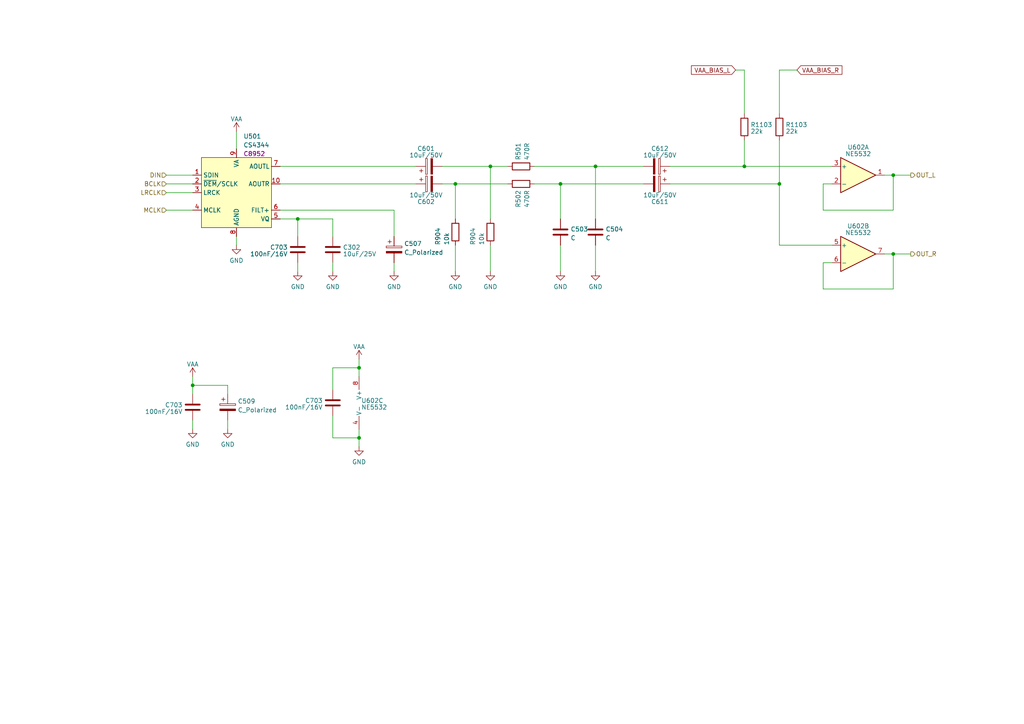
<source format=kicad_sch>
(kicad_sch (version 20230121) (generator eeschema)
  (paper "A4")
  (lib_symbols
    (symbol "Amplifier_Operational:NE5532" (pin_names (offset 0.127))
      (property "Reference" "U" (at 0 5.08 0))
      (property "Value" "NE5532" (at 0 -5.08 0))
      (symbol "NE5532_1_1"
        (polyline (pts (xy -5.08 5.08) (xy 5.08 0) (xy -5.08 -5.08) (xy -5.08 5.08)) (stroke (width 0.254)) (fill (type background)))
        (pin output line (at 7.62 0 180) (length 2.54) (name "~") (number "1"))
        (pin input line (at -7.62 -2.54 0) (length 2.54) (name "-") (number "2"))
        (pin input line (at -7.62 2.54 0) (length 2.54) (name "+") (number "3"))
      )
      (symbol "NE5532_2_1"
        (polyline (pts (xy -5.08 5.08) (xy 5.08 0) (xy -5.08 -5.08) (xy -5.08 5.08)) (stroke (width 0.254)) (fill (type background)))
        (pin input line (at -7.62 2.54 0) (length 2.54) (name "+") (number "5"))
        (pin input line (at -7.62 -2.54 0) (length 2.54) (name "-") (number "6"))
        (pin output line (at 7.62 0 180) (length 2.54) (name "~") (number "7"))
      )
      (symbol "NE5532_3_1"
        (pin power_in line (at -2.54 -7.62 90) (length 3.81) (name "V-") (number "4"))
        (pin power_in line (at -2.54 7.62 270) (length 3.81) (name "V+") (number "8"))
      )
    )
    (symbol "Device:C" (pin_numbers hide) (pin_names (offset 0.254))
      (property "Reference" "C" (at 0.635 2.54 0))
      (property "Value" "C" (at 0.635 -2.54 0))
      (symbol "C_0_1"
        (polyline (pts (xy -2.032 -0.762) (xy 2.032 -0.762)) (stroke (width 0.508)))
        (polyline (pts (xy -2.032 0.762) (xy 2.032 0.762)) (stroke (width 0.508)))
      )
      (symbol "C_1_1"
        (pin passive line (at 0 3.81 270) (length 2.794) (name "~") (number "1"))
        (pin passive line (at 0 -3.81 90) (length 2.794) (name "~") (number "2"))
      )
    )
    (symbol "Device:C_Polarized" (pin_numbers hide) (pin_names (offset 0.254))
      (property "Reference" "C" (at 0.635 2.54 0))
      (property "Value" "C_Polarized" (at 0.635 -2.54 0))
      (symbol "C_Polarized_0_1"
        (rectangle (start -2.286 0.508) (end 2.286 1.016))
        (polyline (pts (xy -1.778 2.286) (xy -0.762 2.286)))
        (polyline (pts (xy -1.27 2.794) (xy -1.27 1.778)))
        (rectangle (start 2.286 -0.508) (end -2.286 -1.016) (fill (type outline)))
      )
      (symbol "C_Polarized_1_1"
        (pin passive line (at 0 3.81 270) (length 2.794) (name "~") (number "1"))
        (pin passive line (at 0 -3.81 90) (length 2.794) (name "~") (number "2"))
      )
    )
    (symbol "Device:R" (pin_numbers hide) (pin_names (offset 0))
      (property "Reference" "R" (at 2.032 0 90))
      (property "Value" "R" (at 0 0 90))
      (symbol "R_0_1"
        (rectangle (start -1.016 -2.54) (end 1.016 2.54) (stroke (width 0.254)))
      )
      (symbol "R_1_1"
        (pin passive line (at 0 3.81 270) (length 1.27) (name "~") (number "1"))
        (pin passive line (at 0 -3.81 90) (length 1.27) (name "~") (number "2"))
      )
    )
    (symbol "Skrooter_symbols:CS4344"
      (property "Reference" "U" (at -10.16 -16.51 0))
      (property "Value" "CS4344" (at -10.16 -13.97 0))
      (property "LCSC" "C8952" (at 0 0 0))
      (symbol "CS4344_0_1"
        (rectangle (start -10.16 7.62) (end 10.16 -12.7) (stroke (width 0.1524)) (fill (type background)))
      )
      (symbol "CS4344_1_1"
        (pin input line (at -12.7 2.54 0) (length 2.54) (name "SDIN") (number "1"))
        (pin input line (at 12.7 0 180) (length 2.54) (name "AOUTR") (number "10"))
        (pin input line (at -12.7 0 0) (length 2.54) (name "~{DEM}/SCLK") (number "2"))
        (pin input line (at -12.7 -2.54 0) (length 2.54) (name "LRCK") (number "3"))
        (pin input line (at -12.7 -7.62 0) (length 2.54) (name "MCLK") (number "4"))
        (pin input line (at 12.7 -10.16 180) (length 2.54) (name "VQ") (number "5"))
        (pin input line (at 12.7 -7.62 180) (length 2.54) (name "FILT+") (number "6"))
        (pin input line (at 12.7 5.08 180) (length 2.54) (name "AOUTL") (number "7"))
        (pin input line (at 0 -15.24 90) (length 2.54) (name "AGND") (number "8"))
        (pin input line (at 0 10.16 270) (length 2.54) (name "VA") (number "9"))
      )
    )
    (symbol "power:GND" (power) (pin_names (offset 0))
      (property "Value" "GND" (at 0 -3.81 0))
      (symbol "GND_0_1"
        (polyline (pts (xy 0 0) (xy 0 -1.27) (xy 1.27 -1.27) (xy 0 -2.54) (xy -1.27 -1.27) (xy 0 -1.27)))
      )
      (symbol "GND_1_1"
        (pin power_in line (at 0 0 270) (length 0) hide (name "GND") (number "1"))
      )
    )
    (symbol "power:VAA" (power) (pin_names (offset 0))
      (property "Value" "VAA" (at 0 3.81 0))
      (symbol "VAA_0_1"
        (polyline (pts (xy -0.762 1.27) (xy 0 2.54)))
        (polyline (pts (xy 0 0) (xy 0 2.54)))
        (polyline (pts (xy 0 2.54) (xy 0.762 1.27)))
      )
      (symbol "VAA_1_1"
        (pin power_in line (at 0 0 90) (length 0) hide (name "VAA") (number "1"))
      )
    )
  )
  (junction (at 55.88 111.76))
  (junction (at 215.9 48.26))
  (junction (at 259.08 50.8))
  (junction (at 132.08 53.34))
  (junction (at 172.72 48.26))
  (junction (at 104.14 127))
  (junction (at 162.56 53.34))
  (junction (at 104.14 106.68))
  (junction (at 259.08 73.66))
  (junction (at 142.24 48.26))
  (junction (at 226.06 53.34))
  (junction (at 86.36 63.5))
  (wire (pts (xy 132.08 71.12) (xy 132.08 78.74)))
  (wire (pts (xy 241.3 71.12) (xy 226.06 71.12)))
  (wire (pts (xy 55.88 111.76) (xy 66.04 111.76)))
  (wire (pts (xy 241.3 53.34) (xy 238.76 53.34)))
  (wire (pts (xy 96.52 127) (xy 104.14 127)))
  (wire (pts (xy 68.58 68.58) (xy 68.58 71.12)))
  (wire (pts (xy 226.06 53.34) (xy 226.06 40.64)))
  (wire (pts (xy 259.08 50.8) (xy 256.54 50.8)))
  (wire (pts (xy 213.36 20.32) (xy 215.9 20.32)))
  (wire (pts (xy 231.14 20.32) (xy 226.06 20.32)))
  (wire (pts (xy 86.36 76.2) (xy 86.36 78.74)))
  (wire (pts (xy 215.9 20.32) (xy 215.9 33.02)))
  (wire (pts (xy 55.88 121.92) (xy 55.88 124.46)))
  (wire (pts (xy 128.27 48.26) (xy 142.24 48.26)))
  (wire (pts (xy 81.28 63.5) (xy 86.36 63.5)))
  (wire (pts (xy 162.56 53.34) (xy 154.94 53.34)))
  (wire (pts (xy 226.06 20.32) (xy 226.06 33.02)))
  (wire (pts (xy 172.72 48.26) (xy 172.72 63.5)))
  (wire (pts (xy 142.24 71.12) (xy 142.24 78.74)))
  (wire (pts (xy 238.76 83.82) (xy 259.08 83.82)))
  (wire (pts (xy 114.3 60.96) (xy 114.3 68.58)))
  (wire (pts (xy 162.56 53.34) (xy 186.69 53.34)))
  (wire (pts (xy 104.14 124.46) (xy 104.14 127)))
  (wire (pts (xy 128.27 53.34) (xy 132.08 53.34)))
  (wire (pts (xy 162.56 71.12) (xy 162.56 78.74)))
  (wire (pts (xy 238.76 76.2) (xy 238.76 83.82)))
  (wire (pts (xy 132.08 53.34) (xy 147.32 53.34)))
  (wire (pts (xy 172.72 48.26) (xy 186.69 48.26)))
  (wire (pts (xy 194.31 48.26) (xy 215.9 48.26)))
  (wire (pts (xy 104.14 127) (xy 104.14 129.54)))
  (wire (pts (xy 48.26 55.88) (xy 55.88 55.88)))
  (wire (pts (xy 226.06 71.12) (xy 226.06 53.34)))
  (wire (pts (xy 259.08 50.8) (xy 264.16 50.8)))
  (wire (pts (xy 81.28 53.34) (xy 120.65 53.34)))
  (wire (pts (xy 86.36 63.5) (xy 96.52 63.5)))
  (wire (pts (xy 48.26 50.8) (xy 55.88 50.8)))
  (wire (pts (xy 215.9 48.26) (xy 215.9 40.64)))
  (wire (pts (xy 172.72 71.12) (xy 172.72 78.74)))
  (wire (pts (xy 48.26 60.96) (xy 55.88 60.96)))
  (wire (pts (xy 259.08 83.82) (xy 259.08 73.66)))
  (wire (pts (xy 142.24 48.26) (xy 147.32 48.26)))
  (wire (pts (xy 66.04 121.92) (xy 66.04 124.46)))
  (wire (pts (xy 96.52 120.65) (xy 96.52 127)))
  (wire (pts (xy 104.14 104.14) (xy 104.14 106.68)))
  (wire (pts (xy 86.36 63.5) (xy 86.36 68.58)))
  (wire (pts (xy 238.76 60.96) (xy 259.08 60.96)))
  (wire (pts (xy 259.08 73.66) (xy 264.16 73.66)))
  (wire (pts (xy 96.52 76.2) (xy 96.52 78.74)))
  (wire (pts (xy 96.52 113.03) (xy 96.52 106.68)))
  (wire (pts (xy 259.08 73.66) (xy 256.54 73.66)))
  (wire (pts (xy 162.56 63.5) (xy 162.56 53.34)))
  (wire (pts (xy 68.58 38.1) (xy 68.58 43.18)))
  (wire (pts (xy 132.08 53.34) (xy 132.08 63.5)))
  (wire (pts (xy 81.28 60.96) (xy 114.3 60.96)))
  (wire (pts (xy 114.3 76.2) (xy 114.3 78.74)))
  (wire (pts (xy 55.88 111.76) (xy 55.88 114.3)))
  (wire (pts (xy 238.76 53.34) (xy 238.76 60.96)))
  (wire (pts (xy 215.9 48.26) (xy 241.3 48.26)))
  (wire (pts (xy 55.88 109.22) (xy 55.88 111.76)))
  (wire (pts (xy 104.14 106.68) (xy 104.14 109.22)))
  (wire (pts (xy 154.94 48.26) (xy 172.72 48.26)))
  (wire (pts (xy 241.3 76.2) (xy 238.76 76.2)))
  (wire (pts (xy 96.52 106.68) (xy 104.14 106.68)))
  (wire (pts (xy 142.24 48.26) (xy 142.24 63.5)))
  (wire (pts (xy 259.08 60.96) (xy 259.08 50.8)))
  (wire (pts (xy 48.26 53.34) (xy 55.88 53.34)))
  (wire (pts (xy 66.04 111.76) (xy 66.04 114.3)))
  (wire (pts (xy 81.28 48.26) (xy 120.65 48.26)))
  (wire (pts (xy 194.31 53.34) (xy 226.06 53.34)))
  (wire (pts (xy 96.52 63.5) (xy 96.52 68.58)))
  (global_label "VAA_BIAS_R" (shape input) (at 231.14 20.32 0) (property "Intersheetrefs" "${INTERSHEET_REFS}" (effects hide)))
  (global_label "VAA_BIAS_L" (shape input) (at 213.36 20.32 180) (property "Intersheetrefs" "${INTERSHEET_REFS}" (effects hide)))
  (hierarchical_label "MCLK" (shape input) (at 48.26 60.96 180))
  (hierarchical_label "OUT_R" (shape output) (at 264.16 73.66 0))
  (hierarchical_label "OUT_L" (shape output) (at 264.16 50.8 0))
  (hierarchical_label "BCLK" (shape input) (at 48.26 53.34 180))
  (hierarchical_label "DIN" (shape input) (at 48.26 50.8 180))
  (hierarchical_label "LRCLK" (shape input) (at 48.26 55.88 180))
  (symbol (lib_id "power:GND") (at 162.56 78.74 0) (unit 1)
    (property "Reference" "#PWR0508" (effects hide))
    (property "Value" "GND" (at 162.56 83.1834 0))
    (instances (project "Magna" (path "" (reference "#PWR0508") (unit 1)) (path "" (reference "#PWR0608") (unit 1))))
  )
  (symbol (lib_id "Skrooter_symbols:CS4344") (at 68.58 53.34 0) (unit 1)
    (property "Reference" "U501" (at 70.5994 39.5342 0) (effects (justify left)))
    (property "Value" "CS4344" (at 70.5994 42.0711 0) (effects (justify left)))
    (property "Footprint" "Package_SO:MSOP-10_3x3mm_P0.5mm" (effects hide))
    (property "Datasheet" "https://datasheet.lcsc.com/lcsc/1811020008_Cirrus-Logic-CS4344-CZZR_C8952.pdf" (effects hide))
    (property "LCSC" "C8952" (at 70.5994 44.608 0) (effects (justify left)))
    (instances (project "Magna" (path "" (reference "U501") (unit 1)) (path "" (reference "U601") (unit 1))))
  )
  (symbol (lib_id "Device:R") (at 226.06 36.83 180) (unit 1)
    (property "Reference" "R1103" (at 227.838 36.1863 0) (effects (justify right)))
    (property "Value" "22k" (at 227.838 38.1073 0) (effects (justify right)))
    (instances (project "Magna" (path "" (reference "R1103") (unit 1)) (path "" (reference "R504") (unit 1)) (path "" (reference "R604") (unit 1))))
  )
  (symbol (lib_id "Device:R") (at 151.13 48.26 90) (unit 1)
    (property "Reference" "R501" (at 150.2953 46.482 0) (effects (justify left)))
    (property "Value" "470R" (at 152.8322 46.482 0) (effects (justify left)))
    (property "Footprint" "Resistor_SMD:R_0603_1608Metric" (effects hide))
    (property "LCSC" "C705779" (effects hide))
    (instances (project "Magna" (path "" (reference "R501") (unit 1)) (path "" (reference "R601") (unit 1))))
  )
  (symbol (lib_id "power:VAA") (at 104.14 104.14 0) (unit 1)
    (property "Reference" "#PWR0513" (effects hide))
    (property "Value" "VAA" (at 104.14 100.5642 0))
    (instances (project "Magna" (path "" (reference "#PWR0513") (unit 1)) (path "" (reference "#PWR0613") (unit 1))))
  )
  (symbol (lib_id "power:GND") (at 96.52 78.74 0) (unit 1)
    (property "Reference" "#PWR0504" (effects hide))
    (property "Value" "GND" (at 96.52 83.1834 0))
    (instances (project "Magna" (path "" (reference "#PWR0504") (unit 1)) (path "" (reference "#PWR0604") (unit 1))))
  )
  (symbol (lib_id "Device:C") (at 96.52 72.39 0) (unit 1)
    (property "Reference" "C302" (at 99.441 71.7463 0) (effects (justify left)))
    (property "Value" "10uF/25V" (at 99.441 73.6673 0) (effects (justify left)))
    (property "Footprint" "Capacitor_SMD:C_0603_1608Metric" (effects hide))
    (property "LCSC" "C96446" (effects hide))
    (instances (project "Magna" (path "" (reference "C302") (unit 1)) (path "" (reference "C402") (unit 1)) (path "" (reference "C510") (unit 1)) (path "" (reference "C610") (unit 1))))
  )
  (symbol (lib_id "Device:C") (at 96.52 116.84 0) (mirror y) (unit 1)
    (property "Reference" "C703" (at 93.599 116.1963 0) (effects (justify left)))
    (property "Value" "100nF/16V" (at 93.599 118.1173 0) (effects (justify left)))
    (property "Footprint" "Capacitor_SMD:C_0402_1005Metric" (effects hide))
    (property "LCSC" "C1525" (effects hide))
    (instances (project "Magna" (path "" (reference "C703") (unit 1)) (path "" (reference "C301") (unit 1)) (path "" (reference "C401") (unit 1)) (path "" (reference "C506") (unit 1)) (path "" (reference "C606") (unit 1))))
  )
  (symbol (lib_id "Device:C_Polarized") (at 114.3 72.39 0) (unit 1)
    (property "Reference" "C507" (at 117.221 70.6663 0) (effects (justify left)))
    (property "Value" "C_Polarized" (at 117.221 73.2032 0) (effects (justify left)))
    (instances (project "Magna" (path "" (reference "C507") (unit 1)) (path "" (reference "C607") (unit 1))))
  )
  (symbol (lib_id "power:GND") (at 68.58 71.12 0) (unit 1)
    (property "Reference" "#PWR0502" (effects hide))
    (property "Value" "GND" (at 68.58 75.5634 0))
    (instances (project "Magna" (path "" (reference "#PWR0502") (unit 1)) (path "" (reference "#PWR0602") (unit 1))))
  )
  (symbol (lib_id "Device:R") (at 132.08 67.31 0) (mirror y) (unit 1)
    (property "Reference" "R904" (at 127 71.12 90) (effects (justify left)))
    (property "Value" "10k" (at 129.54 71.12 90) (effects (justify left)))
    (property "Footprint" "Resistor_SMD:R_0603_1608Metric" (effects hide))
    (property "LCSC" "C217687" (effects hide))
    (instances (project "Magna" (path "" (reference "R904") (unit 1)) (path "" (reference "R706") (unit 1)) (path "" (reference "R301") (unit 1)) (path "" (reference "R401") (unit 1)) (path "" (reference "R503") (unit 1)) (path "" (reference "R603") (unit 1))))
  )
  (symbol (lib_id "Device:R") (at 215.9 36.83 180) (unit 1)
    (property "Reference" "R1103" (at 217.678 36.1863 0) (effects (justify right)))
    (property "Value" "22k" (at 217.678 38.1073 0) (effects (justify right)))
    (instances (project "Magna" (path "" (reference "R1103") (unit 1)) (path "" (reference "R506") (unit 1)) (path "" (reference "R606") (unit 1))))
  )
  (symbol (lib_id "Device:C") (at 86.36 72.39 0) (mirror y) (unit 1)
    (property "Reference" "C703" (at 83.439 71.7463 0) (effects (justify left)))
    (property "Value" "100nF/16V" (at 83.439 73.6673 0) (effects (justify left)))
    (property "Footprint" "Capacitor_SMD:C_0402_1005Metric" (effects hide))
    (property "LCSC" "C1525" (effects hide))
    (instances (project "Magna" (path "" (reference "C703") (unit 1)) (path "" (reference "C301") (unit 1)) (path "" (reference "C401") (unit 1)) (path "" (reference "C505") (unit 1)) (path "" (reference "C605") (unit 1))))
  )
  (symbol (lib_id "power:GND") (at 66.04 124.46 0) (unit 1)
    (property "Reference" "#PWR0512" (effects hide))
    (property "Value" "GND" (at 66.04 128.9034 0))
    (instances (project "Magna" (path "" (reference "#PWR0512") (unit 1)) (path "" (reference "#PWR0612") (unit 1))))
  )
  (symbol (lib_id "Device:C") (at 172.72 67.31 0) (unit 1)
    (property "Reference" "C504" (at 175.641 66.4753 0) (effects (justify left)))
    (property "Value" "C" (at 175.641 69.0122 0) (effects (justify left)))
    (instances (project "Magna" (path "" (reference "C504") (unit 1)) (path "" (reference "C604") (unit 1))))
  )
  (symbol (lib_id "Amplifier_Operational:NE5532") (at 248.92 73.66 0) (unit 2)
    (property "Reference" "U602" (at 248.92 65.5701 0))
    (property "Value" "NE5532" (at 248.92 67.4911 0))
    (property "Datasheet" "http://www.ti.com/lit/ds/symlink/ne5532.pdf" (effects hide))
    (instances (project "Magna" (path "" (reference "U602") (unit 2)) (path "" (reference "U502") (unit 2))))
  )
  (symbol (lib_id "Device:R") (at 142.24 67.31 0) (mirror y) (unit 1)
    (property "Reference" "R904" (at 137.16 71.12 90) (effects (justify left)))
    (property "Value" "10k" (at 139.7 71.12 90) (effects (justify left)))
    (property "Footprint" "Resistor_SMD:R_0603_1608Metric" (effects hide))
    (property "LCSC" "C217687" (effects hide))
    (instances (project "Magna" (path "" (reference "R904") (unit 1)) (path "" (reference "R706") (unit 1)) (path "" (reference "R301") (unit 1)) (path "" (reference "R401") (unit 1)) (path "" (reference "R505") (unit 1)) (path "" (reference "R605") (unit 1))))
  )
  (symbol (lib_id "Device:C_Polarized") (at 124.46 53.34 90) (mirror x) (unit 1)
    (property "Reference" "C602" (at 123.571 58.5089 90))
    (property "Value" "10uF/50V" (at 123.571 56.5879 90))
    (property "Footprint" "Capacitor_SMD:CP_Elec_6.3x5.8" (effects hide))
    (property "Field4" "C2164757" (effects hide))
    (instances (project "Magna" (path "" (reference "C602") (unit 1)) (path "" (reference "C502") (unit 1))))
  )
  (symbol (lib_id "power:VAA") (at 68.58 38.1 0) (unit 1)
    (property "Reference" "#PWR0501" (effects hide))
    (property "Value" "VAA" (at 68.58 34.5242 0))
    (instances (project "Magna" (path "" (reference "#PWR0501") (unit 1)) (path "" (reference "#PWR0601") (unit 1))))
  )
  (symbol (lib_id "power:GND") (at 142.24 78.74 0) (unit 1)
    (property "Reference" "#PWR0507" (effects hide))
    (property "Value" "GND" (at 142.24 83.1834 0))
    (instances (project "Magna" (path "" (reference "#PWR0507") (unit 1)) (path "" (reference "#PWR0607") (unit 1))))
  )
  (symbol (lib_id "Amplifier_Operational:NE5532") (at 248.92 50.8 0) (unit 1)
    (property "Reference" "U602" (at 248.92 42.7101 0))
    (property "Value" "NE5532" (at 248.92 44.6311 0))
    (property "Datasheet" "http://www.ti.com/lit/ds/symlink/ne5532.pdf" (effects hide))
    (instances (project "Magna" (path "" (reference "U602") (unit 1)) (path "" (reference "U502") (unit 1))))
  )
  (symbol (lib_id "Device:C") (at 162.56 67.31 0) (unit 1)
    (property "Reference" "C503" (at 165.481 66.4753 0) (effects (justify left)))
    (property "Value" "C" (at 165.481 69.0122 0) (effects (justify left)))
    (instances (project "Magna" (path "" (reference "C503") (unit 1)) (path "" (reference "C603") (unit 1))))
  )
  (symbol (lib_id "Device:C_Polarized") (at 124.46 48.26 90) (unit 1)
    (property "Reference" "C601" (at 123.571 43.0911 90))
    (property "Value" "10uF/50V" (at 123.571 45.0121 90))
    (property "Footprint" "Capacitor_SMD:CP_Elec_6.3x5.8" (effects hide))
    (property "Field4" "C2164757" (effects hide))
    (instances (project "Magna" (path "" (reference "C601") (unit 1)) (path "" (reference "C501") (unit 1))))
  )
  (symbol (lib_id "power:GND") (at 114.3 78.74 0) (unit 1)
    (property "Reference" "#PWR0505" (effects hide))
    (property "Value" "GND" (at 114.3 83.1834 0))
    (instances (project "Magna" (path "" (reference "#PWR0505") (unit 1)) (path "" (reference "#PWR0605") (unit 1))))
  )
  (symbol (lib_id "power:VAA") (at 55.88 109.22 0) (unit 1)
    (property "Reference" "#PWR0510" (effects hide))
    (property "Value" "VAA" (at 55.88 105.6442 0))
    (instances (project "Magna" (path "" (reference "#PWR0510") (unit 1)) (path "" (reference "#PWR0610") (unit 1))))
  )
  (symbol (lib_id "Device:R") (at 151.13 53.34 90) (mirror x) (unit 1)
    (property "Reference" "R502" (at 150.2953 55.118 0) (effects (justify left)))
    (property "Value" "470R" (at 152.8322 55.118 0) (effects (justify left)))
    (property "Footprint" "Resistor_SMD:R_0603_1608Metric" (effects hide))
    (property "LCSC" "C705779" (effects hide))
    (instances (project "Magna" (path "" (reference "R502") (unit 1)) (path "" (reference "R602") (unit 1))))
  )
  (symbol (lib_id "Device:C_Polarized") (at 66.04 118.11 0) (unit 1)
    (property "Reference" "C509" (at 68.961 116.3863 0) (effects (justify left)))
    (property "Value" "C_Polarized" (at 68.961 118.9232 0) (effects (justify left)))
    (instances (project "Magna" (path "" (reference "C509") (unit 1)) (path "" (reference "C609") (unit 1))))
  )
  (symbol (lib_id "Device:C_Polarized") (at 190.5 48.26 270) (mirror x) (unit 1)
    (property "Reference" "C612" (at 191.389 43.0911 90))
    (property "Value" "10uF/50V" (at 191.389 45.0121 90))
    (property "Footprint" "Capacitor_SMD:CP_Elec_6.3x5.8" (effects hide))
    (property "Field4" "C2164757" (effects hide))
    (instances (project "Magna" (path "" (reference "C612") (unit 1)) (path "" (reference "C512") (unit 1))))
  )
  (symbol (lib_id "power:GND") (at 132.08 78.74 0) (unit 1)
    (property "Reference" "#PWR0506" (effects hide))
    (property "Value" "GND" (at 132.08 83.1834 0))
    (instances (project "Magna" (path "" (reference "#PWR0506") (unit 1)) (path "" (reference "#PWR0606") (unit 1))))
  )
  (symbol (lib_id "power:GND") (at 172.72 78.74 0) (unit 1)
    (property "Reference" "#PWR0509" (effects hide))
    (property "Value" "GND" (at 172.72 83.1834 0))
    (instances (project "Magna" (path "" (reference "#PWR0509") (unit 1)) (path "" (reference "#PWR0609") (unit 1))))
  )
  (symbol (lib_id "power:GND") (at 104.14 129.54 0) (unit 1)
    (property "Reference" "#PWR0514" (effects hide))
    (property "Value" "GND" (at 104.14 133.9834 0))
    (instances (project "Magna" (path "" (reference "#PWR0514") (unit 1)) (path "" (reference "#PWR0614") (unit 1))))
  )
  (symbol (lib_id "power:GND") (at 86.36 78.74 0) (unit 1)
    (property "Reference" "#PWR0503" (effects hide))
    (property "Value" "GND" (at 86.36 83.1834 0))
    (instances (project "Magna" (path "" (reference "#PWR0503") (unit 1)) (path "" (reference "#PWR0603") (unit 1))))
  )
  (symbol (lib_id "Device:C_Polarized") (at 190.5 53.34 270) (unit 1)
    (property "Reference" "C611" (at 191.389 58.5089 90))
    (property "Value" "10uF/50V" (at 191.389 56.5879 90))
    (property "Footprint" "Capacitor_SMD:CP_Elec_6.3x5.8" (effects hide))
    (property "Field4" "C2164757" (effects hide))
    (instances (project "Magna" (path "" (reference "C611") (unit 1)) (path "" (reference "C511") (unit 1))))
  )
  (symbol (lib_id "Device:C") (at 55.88 118.11 0) (mirror y) (unit 1)
    (property "Reference" "C703" (at 52.959 117.4663 0) (effects (justify left)))
    (property "Value" "100nF/16V" (at 52.959 119.3873 0) (effects (justify left)))
    (property "Footprint" "Capacitor_SMD:C_0402_1005Metric" (effects hide))
    (property "LCSC" "C1525" (effects hide))
    (instances (project "Magna" (path "" (reference "C703") (unit 1)) (path "" (reference "C301") (unit 1)) (path "" (reference "C401") (unit 1)) (path "" (reference "C508") (unit 1)) (path "" (reference "C608") (unit 1))))
  )
  (symbol (lib_id "power:GND") (at 55.88 124.46 0) (unit 1)
    (property "Reference" "#PWR0511" (effects hide))
    (property "Value" "GND" (at 55.88 128.9034 0))
    (instances (project "Magna" (path "" (reference "#PWR0511") (unit 1)) (path "" (reference "#PWR0611") (unit 1))))
  )
  (symbol (lib_id "Amplifier_Operational:NE5532") (at 106.68 116.84 0) (unit 3)
    (property "Reference" "U602" (at 104.775 116.1963 0) (effects (justify left)))
    (property "Value" "NE5532" (at 104.775 118.1173 0) (effects (justify left)))
    (property "Datasheet" "http://www.ti.com/lit/ds/symlink/ne5532.pdf" (effects hide))
    (instances (project "Magna" (path "" (reference "U602") (unit 3)) (path "" (reference "U502") (unit 3))))
  )
)
</source>
